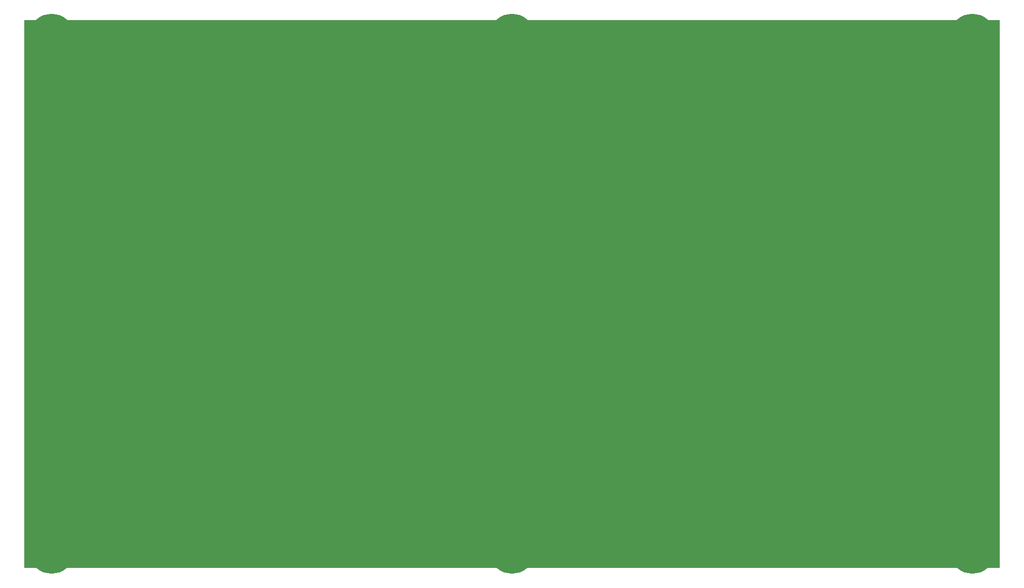
<source format=gtl>
G04 start of page 2 for group 0 idx 0 *
G04 Title: 31.004.00.01.01.pcb, top *
G04 Creator: pcb 4.2.2 *
G04 CreationDate: Sun Jan  3 11:16:11 2021 UTC *
G04 For: bert *
G04 Format: Gerber/RS-274X *
G04 PCB-Dimensions (mil): 6692.91 3937.01 *
G04 PCB-Coordinate-Origin: lower left *
%MOIN*%
%FSLAX25Y25*%
%LNGTL*%
%ADD13C,0.1460*%
%ADD12C,0.2760*%
%ADD11C,0.0001*%
G54D11*G36*
X19685Y374016D02*X649606D01*
Y19685D01*
X19685D01*
Y374016D01*
G37*
G54D12*X334646Y29528D03*
Y364173D03*
X631890Y29528D03*
Y364173D03*
X37402Y29528D03*
Y364173D03*
G54D13*M02*

</source>
